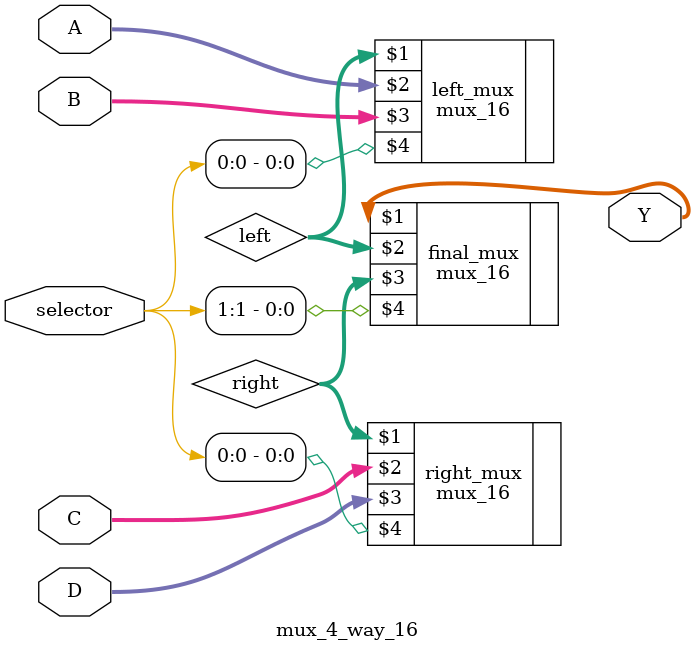
<source format=v>
module mux_4_way_16(output [15:0] Y,
                    input [15:0] A,
                    input [15:0] B,
                    input [15:0] C,
                    input [15:0] D,
                    input [1:0] selector);
    reg [15:0] left;
    mux_16 left_mux(left, A, B, selector[0]);

    reg [15:0] right;
    mux_16 right_mux(right, C, D, selector[0]);

    mux_16 final_mux(Y, left, right, selector[1]);
endmodule

</source>
